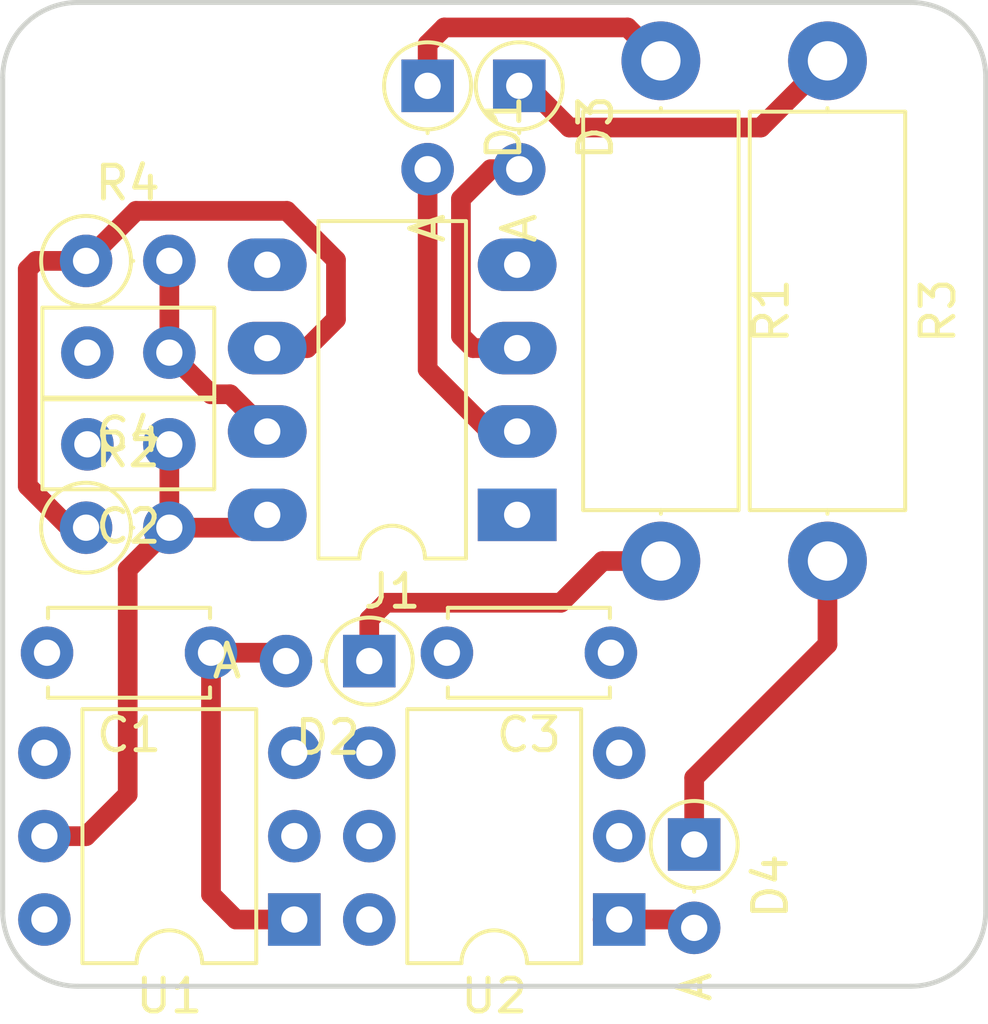
<source format=kicad_pcb>
(kicad_pcb (version 20171130) (host pcbnew 5.1.9+dfsg1-1~bpo10+1)

  (general
    (thickness 1.6)
    (drawings 8)
    (tracks 54)
    (zones 0)
    (modules 15)
    (nets 19)
  )

  (page A4)
  (layers
    (0 F.Cu signal)
    (31 B.Cu signal)
    (32 B.Adhes user)
    (33 F.Adhes user)
    (34 B.Paste user)
    (35 F.Paste user)
    (36 B.SilkS user)
    (37 F.SilkS user)
    (38 B.Mask user)
    (39 F.Mask user)
    (40 Dwgs.User user)
    (41 Cmts.User user)
    (42 Eco1.User user)
    (43 Eco2.User user)
    (44 Edge.Cuts user)
    (45 Margin user)
    (46 B.CrtYd user)
    (47 F.CrtYd user)
    (48 B.Fab user)
    (49 F.Fab user)
  )

  (setup
    (last_trace_width 0.6)
    (trace_clearance 0.2)
    (zone_clearance 0.508)
    (zone_45_only no)
    (trace_min 0.2)
    (via_size 0.8)
    (via_drill 0.4)
    (via_min_size 0.4)
    (via_min_drill 0.3)
    (uvia_size 0.3)
    (uvia_drill 0.1)
    (uvias_allowed no)
    (uvia_min_size 0.2)
    (uvia_min_drill 0.1)
    (edge_width 0.05)
    (segment_width 0.2)
    (pcb_text_width 0.3)
    (pcb_text_size 1.5 1.5)
    (mod_edge_width 0.12)
    (mod_text_size 1 1)
    (mod_text_width 0.15)
    (pad_size 1.524 1.524)
    (pad_drill 0.762)
    (pad_to_mask_clearance 0)
    (aux_axis_origin 0 0)
    (visible_elements FFFFFF7F)
    (pcbplotparams
      (layerselection 0x010fc_ffffffff)
      (usegerberextensions false)
      (usegerberattributes true)
      (usegerberadvancedattributes true)
      (creategerberjobfile true)
      (excludeedgelayer true)
      (linewidth 0.100000)
      (plotframeref false)
      (viasonmask false)
      (mode 1)
      (useauxorigin false)
      (hpglpennumber 1)
      (hpglpenspeed 20)
      (hpglpendiameter 15.000000)
      (psnegative false)
      (psa4output false)
      (plotreference true)
      (plotvalue true)
      (plotinvisibletext false)
      (padsonsilk false)
      (subtractmaskfromsilk false)
      (outputformat 1)
      (mirror false)
      (drillshape 1)
      (scaleselection 1)
      (outputdirectory ""))
  )

  (net 0 "")
  (net 1 "Net-(C1-Pad1)")
  (net 2 GND)
  (net 3 TACH1)
  (net 4 "Net-(C3-Pad1)")
  (net 5 TACH2)
  (net 6 VR1+)
  (net 7 "Net-(D1-Pad1)")
  (net 8 "Net-(D2-Pad1)")
  (net 9 VR2+)
  (net 10 "Net-(D3-Pad1)")
  (net 11 "Net-(D4-Pad1)")
  (net 12 VR1-)
  (net 13 +5V)
  (net 14 VR2-)
  (net 15 "Net-(U1-Pad3)")
  (net 16 "Net-(U1-Pad6)")
  (net 17 "Net-(U2-Pad6)")
  (net 18 "Net-(U2-Pad3)")

  (net_class Default "This is the default net class."
    (clearance 0.2)
    (trace_width 0.6)
    (via_dia 0.8)
    (via_drill 0.4)
    (uvia_dia 0.3)
    (uvia_drill 0.1)
    (add_net +5V)
    (add_net GND)
    (add_net "Net-(C1-Pad1)")
    (add_net "Net-(C3-Pad1)")
    (add_net "Net-(D1-Pad1)")
    (add_net "Net-(D2-Pad1)")
    (add_net "Net-(D3-Pad1)")
    (add_net "Net-(D4-Pad1)")
    (add_net "Net-(U1-Pad3)")
    (add_net "Net-(U1-Pad6)")
    (add_net "Net-(U2-Pad3)")
    (add_net "Net-(U2-Pad6)")
    (add_net TACH1)
    (add_net TACH2)
    (add_net VR1+)
    (add_net VR1-)
    (add_net VR2+)
    (add_net VR2-)
  )

  (module Capacitor_THT:C_Disc_D4.7mm_W2.5mm_P5.00mm (layer F.Cu) (tedit 5AE50EF0) (tstamp 6049FF67)
    (at 21.59 35.052 180)
    (descr "C, Disc series, Radial, pin pitch=5.00mm, , diameter*width=4.7*2.5mm^2, Capacitor, http://www.vishay.com/docs/45233/krseries.pdf")
    (tags "C Disc series Radial pin pitch 5.00mm  diameter 4.7mm width 2.5mm Capacitor")
    (path /6048FE48)
    (fp_text reference C1 (at 2.5 -2.5) (layer F.SilkS)
      (effects (font (size 1 1) (thickness 0.15)))
    )
    (fp_text value 1n (at 2.5 2.5) (layer F.Fab)
      (effects (font (size 1 1) (thickness 0.15)))
    )
    (fp_line (start 6.05 -1.5) (end -1.05 -1.5) (layer F.CrtYd) (width 0.05))
    (fp_line (start 6.05 1.5) (end 6.05 -1.5) (layer F.CrtYd) (width 0.05))
    (fp_line (start -1.05 1.5) (end 6.05 1.5) (layer F.CrtYd) (width 0.05))
    (fp_line (start -1.05 -1.5) (end -1.05 1.5) (layer F.CrtYd) (width 0.05))
    (fp_line (start 4.97 1.055) (end 4.97 1.37) (layer F.SilkS) (width 0.12))
    (fp_line (start 4.97 -1.37) (end 4.97 -1.055) (layer F.SilkS) (width 0.12))
    (fp_line (start 0.03 1.055) (end 0.03 1.37) (layer F.SilkS) (width 0.12))
    (fp_line (start 0.03 -1.37) (end 0.03 -1.055) (layer F.SilkS) (width 0.12))
    (fp_line (start 0.03 1.37) (end 4.97 1.37) (layer F.SilkS) (width 0.12))
    (fp_line (start 0.03 -1.37) (end 4.97 -1.37) (layer F.SilkS) (width 0.12))
    (fp_line (start 4.85 -1.25) (end 0.15 -1.25) (layer F.Fab) (width 0.1))
    (fp_line (start 4.85 1.25) (end 4.85 -1.25) (layer F.Fab) (width 0.1))
    (fp_line (start 0.15 1.25) (end 4.85 1.25) (layer F.Fab) (width 0.1))
    (fp_line (start 0.15 -1.25) (end 0.15 1.25) (layer F.Fab) (width 0.1))
    (fp_text user %R (at 2.5 0) (layer F.Fab)
      (effects (font (size 0.94 0.94) (thickness 0.141)))
    )
    (pad 1 thru_hole circle (at 0 0 180) (size 1.6 1.6) (drill 0.8) (layers *.Cu *.Mask)
      (net 1 "Net-(C1-Pad1)"))
    (pad 2 thru_hole circle (at 5 0 180) (size 1.6 1.6) (drill 0.8) (layers *.Cu *.Mask)
      (net 2 GND))
    (model ${KISYS3DMOD}/Capacitor_THT.3dshapes/C_Disc_D4.7mm_W2.5mm_P5.00mm.wrl
      (at (xyz 0 0 0))
      (scale (xyz 1 1 1))
      (rotate (xyz 0 0 0))
    )
  )

  (module Capacitor_THT:C_Disc_D5.0mm_W2.5mm_P2.50mm (layer F.Cu) (tedit 5AE50EF0) (tstamp 6049ACA6)
    (at 20.32 28.702 180)
    (descr "C, Disc series, Radial, pin pitch=2.50mm, , diameter*width=5*2.5mm^2, Capacitor, http://cdn-reichelt.de/documents/datenblatt/B300/DS_KERKO_TC.pdf")
    (tags "C Disc series Radial pin pitch 2.50mm  diameter 5mm width 2.5mm Capacitor")
    (path /604902B7)
    (fp_text reference C2 (at 1.25 -2.5) (layer F.SilkS)
      (effects (font (size 1 1) (thickness 0.15)))
    )
    (fp_text value 10n (at 1.25 2.5) (layer F.Fab)
      (effects (font (size 1 1) (thickness 0.15)))
    )
    (fp_text user %R (at 1.25 0) (layer F.Fab)
      (effects (font (size 1 1) (thickness 0.15)))
    )
    (fp_line (start -1.25 -1.25) (end -1.25 1.25) (layer F.Fab) (width 0.1))
    (fp_line (start -1.25 1.25) (end 3.75 1.25) (layer F.Fab) (width 0.1))
    (fp_line (start 3.75 1.25) (end 3.75 -1.25) (layer F.Fab) (width 0.1))
    (fp_line (start 3.75 -1.25) (end -1.25 -1.25) (layer F.Fab) (width 0.1))
    (fp_line (start -1.37 -1.37) (end 3.87 -1.37) (layer F.SilkS) (width 0.12))
    (fp_line (start -1.37 1.37) (end 3.87 1.37) (layer F.SilkS) (width 0.12))
    (fp_line (start -1.37 -1.37) (end -1.37 1.37) (layer F.SilkS) (width 0.12))
    (fp_line (start 3.87 -1.37) (end 3.87 1.37) (layer F.SilkS) (width 0.12))
    (fp_line (start -1.5 -1.5) (end -1.5 1.5) (layer F.CrtYd) (width 0.05))
    (fp_line (start -1.5 1.5) (end 4 1.5) (layer F.CrtYd) (width 0.05))
    (fp_line (start 4 1.5) (end 4 -1.5) (layer F.CrtYd) (width 0.05))
    (fp_line (start 4 -1.5) (end -1.5 -1.5) (layer F.CrtYd) (width 0.05))
    (pad 2 thru_hole circle (at 2.5 0 180) (size 1.6 1.6) (drill 0.8) (layers *.Cu *.Mask)
      (net 2 GND))
    (pad 1 thru_hole circle (at 0 0 180) (size 1.6 1.6) (drill 0.8) (layers *.Cu *.Mask)
      (net 3 TACH1))
    (model ${KISYS3DMOD}/Capacitor_THT.3dshapes/C_Disc_D5.0mm_W2.5mm_P2.50mm.wrl
      (at (xyz 0 0 0))
      (scale (xyz 1 1 1))
      (rotate (xyz 0 0 0))
    )
  )

  (module Capacitor_THT:C_Disc_D4.7mm_W2.5mm_P5.00mm (layer F.Cu) (tedit 5AE50EF0) (tstamp 6049B364)
    (at 33.782 35.052 180)
    (descr "C, Disc series, Radial, pin pitch=5.00mm, , diameter*width=4.7*2.5mm^2, Capacitor, http://www.vishay.com/docs/45233/krseries.pdf")
    (tags "C Disc series Radial pin pitch 5.00mm  diameter 4.7mm width 2.5mm Capacitor")
    (path /604AFB7F)
    (fp_text reference C3 (at 2.5 -2.5) (layer F.SilkS)
      (effects (font (size 1 1) (thickness 0.15)))
    )
    (fp_text value 1n (at 2.5 2.5) (layer F.Fab)
      (effects (font (size 1 1) (thickness 0.15)))
    )
    (fp_text user %R (at 2.5 0) (layer F.Fab)
      (effects (font (size 0.94 0.94) (thickness 0.141)))
    )
    (fp_line (start 0.15 -1.25) (end 0.15 1.25) (layer F.Fab) (width 0.1))
    (fp_line (start 0.15 1.25) (end 4.85 1.25) (layer F.Fab) (width 0.1))
    (fp_line (start 4.85 1.25) (end 4.85 -1.25) (layer F.Fab) (width 0.1))
    (fp_line (start 4.85 -1.25) (end 0.15 -1.25) (layer F.Fab) (width 0.1))
    (fp_line (start 0.03 -1.37) (end 4.97 -1.37) (layer F.SilkS) (width 0.12))
    (fp_line (start 0.03 1.37) (end 4.97 1.37) (layer F.SilkS) (width 0.12))
    (fp_line (start 0.03 -1.37) (end 0.03 -1.055) (layer F.SilkS) (width 0.12))
    (fp_line (start 0.03 1.055) (end 0.03 1.37) (layer F.SilkS) (width 0.12))
    (fp_line (start 4.97 -1.37) (end 4.97 -1.055) (layer F.SilkS) (width 0.12))
    (fp_line (start 4.97 1.055) (end 4.97 1.37) (layer F.SilkS) (width 0.12))
    (fp_line (start -1.05 -1.5) (end -1.05 1.5) (layer F.CrtYd) (width 0.05))
    (fp_line (start -1.05 1.5) (end 6.05 1.5) (layer F.CrtYd) (width 0.05))
    (fp_line (start 6.05 1.5) (end 6.05 -1.5) (layer F.CrtYd) (width 0.05))
    (fp_line (start 6.05 -1.5) (end -1.05 -1.5) (layer F.CrtYd) (width 0.05))
    (pad 2 thru_hole circle (at 5 0 180) (size 1.6 1.6) (drill 0.8) (layers *.Cu *.Mask)
      (net 2 GND))
    (pad 1 thru_hole circle (at 0 0 180) (size 1.6 1.6) (drill 0.8) (layers *.Cu *.Mask)
      (net 4 "Net-(C3-Pad1)"))
    (model ${KISYS3DMOD}/Capacitor_THT.3dshapes/C_Disc_D4.7mm_W2.5mm_P5.00mm.wrl
      (at (xyz 0 0 0))
      (scale (xyz 1 1 1))
      (rotate (xyz 0 0 0))
    )
  )

  (module Capacitor_THT:C_Disc_D5.0mm_W2.5mm_P2.50mm (layer F.Cu) (tedit 5AE50EF0) (tstamp 6049A0D5)
    (at 20.32 25.908 180)
    (descr "C, Disc series, Radial, pin pitch=2.50mm, , diameter*width=5*2.5mm^2, Capacitor, http://cdn-reichelt.de/documents/datenblatt/B300/DS_KERKO_TC.pdf")
    (tags "C Disc series Radial pin pitch 2.50mm  diameter 5mm width 2.5mm Capacitor")
    (path /604AFB85)
    (fp_text reference C4 (at 1.25 -2.5) (layer F.SilkS)
      (effects (font (size 1 1) (thickness 0.15)))
    )
    (fp_text value 10n (at 1.25 2.5) (layer F.Fab)
      (effects (font (size 1 1) (thickness 0.15)))
    )
    (fp_line (start 4 -1.5) (end -1.5 -1.5) (layer F.CrtYd) (width 0.05))
    (fp_line (start 4 1.5) (end 4 -1.5) (layer F.CrtYd) (width 0.05))
    (fp_line (start -1.5 1.5) (end 4 1.5) (layer F.CrtYd) (width 0.05))
    (fp_line (start -1.5 -1.5) (end -1.5 1.5) (layer F.CrtYd) (width 0.05))
    (fp_line (start 3.87 -1.37) (end 3.87 1.37) (layer F.SilkS) (width 0.12))
    (fp_line (start -1.37 -1.37) (end -1.37 1.37) (layer F.SilkS) (width 0.12))
    (fp_line (start -1.37 1.37) (end 3.87 1.37) (layer F.SilkS) (width 0.12))
    (fp_line (start -1.37 -1.37) (end 3.87 -1.37) (layer F.SilkS) (width 0.12))
    (fp_line (start 3.75 -1.25) (end -1.25 -1.25) (layer F.Fab) (width 0.1))
    (fp_line (start 3.75 1.25) (end 3.75 -1.25) (layer F.Fab) (width 0.1))
    (fp_line (start -1.25 1.25) (end 3.75 1.25) (layer F.Fab) (width 0.1))
    (fp_line (start -1.25 -1.25) (end -1.25 1.25) (layer F.Fab) (width 0.1))
    (fp_text user %R (at 1.25 0) (layer F.Fab)
      (effects (font (size 1 1) (thickness 0.15)))
    )
    (pad 1 thru_hole circle (at 0 0 180) (size 1.6 1.6) (drill 0.8) (layers *.Cu *.Mask)
      (net 5 TACH2))
    (pad 2 thru_hole circle (at 2.5 0 180) (size 1.6 1.6) (drill 0.8) (layers *.Cu *.Mask)
      (net 2 GND))
    (model ${KISYS3DMOD}/Capacitor_THT.3dshapes/C_Disc_D5.0mm_W2.5mm_P2.50mm.wrl
      (at (xyz 0 0 0))
      (scale (xyz 1 1 1))
      (rotate (xyz 0 0 0))
    )
  )

  (module Diode_THT:D_DO-35_SOD27_P2.54mm_Vertical_AnodeUp (layer F.Cu) (tedit 5AE50CD5) (tstamp 6049A0E6)
    (at 28.194 17.78 270)
    (descr "Diode, DO-35_SOD27 series, Axial, Vertical, pin pitch=2.54mm, , length*diameter=4*2mm^2, , http://www.diodes.com/_files/packages/DO-35.pdf")
    (tags "Diode DO-35_SOD27 series Axial Vertical pin pitch 2.54mm  length 4mm diameter 2mm")
    (path /60498E08)
    (fp_text reference D1 (at 1.27 -2.326371 90) (layer F.SilkS)
      (effects (font (size 1 1) (thickness 0.15)))
    )
    (fp_text value 1N4004 (at 1.27 3.215371 90) (layer F.Fab)
      (effects (font (size 1 1) (thickness 0.15)))
    )
    (fp_text user A (at 4.34 0 90) (layer F.SilkS)
      (effects (font (size 1 1) (thickness 0.15)))
    )
    (fp_text user A (at 4.34 0 90) (layer F.Fab)
      (effects (font (size 1 1) (thickness 0.15)))
    )
    (fp_text user %R (at 1.27 -2.326371 90) (layer F.Fab)
      (effects (font (size 1 1) (thickness 0.15)))
    )
    (fp_circle (center 0 0) (end 1 0) (layer F.Fab) (width 0.1))
    (fp_circle (center 0 0) (end 1.326371 0) (layer F.SilkS) (width 0.12))
    (fp_line (start 0 0) (end 2.54 0) (layer F.Fab) (width 0.1))
    (fp_line (start 1.326371 0) (end 1.44 0) (layer F.SilkS) (width 0.12))
    (fp_line (start -1.25 -1.25) (end -1.25 1.25) (layer F.CrtYd) (width 0.05))
    (fp_line (start -1.25 1.25) (end 3.59 1.25) (layer F.CrtYd) (width 0.05))
    (fp_line (start 3.59 1.25) (end 3.59 -1.25) (layer F.CrtYd) (width 0.05))
    (fp_line (start 3.59 -1.25) (end -1.25 -1.25) (layer F.CrtYd) (width 0.05))
    (pad 2 thru_hole oval (at 2.54 0 270) (size 1.6 1.6) (drill 0.8) (layers *.Cu *.Mask)
      (net 6 VR1+))
    (pad 1 thru_hole rect (at 0 0 270) (size 1.6 1.6) (drill 0.8) (layers *.Cu *.Mask)
      (net 7 "Net-(D1-Pad1)"))
    (model ${KISYS3DMOD}/Diode_THT.3dshapes/D_DO-35_SOD27_P2.54mm_Vertical_AnodeUp.wrl
      (at (xyz 0 0 0))
      (scale (xyz 1 1 1))
      (rotate (xyz 0 0 0))
    )
  )

  (module Diode_THT:D_DO-35_SOD27_P2.54mm_Vertical_AnodeUp (layer F.Cu) (tedit 5AE50CD5) (tstamp 6049FAC6)
    (at 26.416 35.306 180)
    (descr "Diode, DO-35_SOD27 series, Axial, Vertical, pin pitch=2.54mm, , length*diameter=4*2mm^2, , http://www.diodes.com/_files/packages/DO-35.pdf")
    (tags "Diode DO-35_SOD27 series Axial Vertical pin pitch 2.54mm  length 4mm diameter 2mm")
    (path /6049832A)
    (fp_text reference D2 (at 1.27 -2.326371) (layer F.SilkS)
      (effects (font (size 1 1) (thickness 0.15)))
    )
    (fp_text value 5v1 (at 1.27 3.215371) (layer F.Fab)
      (effects (font (size 1 1) (thickness 0.15)))
    )
    (fp_line (start 3.59 -1.25) (end -1.25 -1.25) (layer F.CrtYd) (width 0.05))
    (fp_line (start 3.59 1.25) (end 3.59 -1.25) (layer F.CrtYd) (width 0.05))
    (fp_line (start -1.25 1.25) (end 3.59 1.25) (layer F.CrtYd) (width 0.05))
    (fp_line (start -1.25 -1.25) (end -1.25 1.25) (layer F.CrtYd) (width 0.05))
    (fp_line (start 1.326371 0) (end 1.44 0) (layer F.SilkS) (width 0.12))
    (fp_line (start 0 0) (end 2.54 0) (layer F.Fab) (width 0.1))
    (fp_circle (center 0 0) (end 1.326371 0) (layer F.SilkS) (width 0.12))
    (fp_circle (center 0 0) (end 1 0) (layer F.Fab) (width 0.1))
    (fp_text user %R (at 1.27 -2.326371) (layer F.Fab)
      (effects (font (size 1 1) (thickness 0.15)))
    )
    (fp_text user A (at 4.34 0) (layer F.Fab)
      (effects (font (size 1 1) (thickness 0.15)))
    )
    (fp_text user A (at 4.34 0) (layer F.SilkS)
      (effects (font (size 1 1) (thickness 0.15)))
    )
    (pad 1 thru_hole rect (at 0 0 180) (size 1.6 1.6) (drill 0.8) (layers *.Cu *.Mask)
      (net 8 "Net-(D2-Pad1)"))
    (pad 2 thru_hole oval (at 2.54 0 180) (size 1.6 1.6) (drill 0.8) (layers *.Cu *.Mask)
      (net 1 "Net-(C1-Pad1)"))
    (model ${KISYS3DMOD}/Diode_THT.3dshapes/D_DO-35_SOD27_P2.54mm_Vertical_AnodeUp.wrl
      (at (xyz 0 0 0))
      (scale (xyz 1 1 1))
      (rotate (xyz 0 0 0))
    )
  )

  (module Diode_THT:D_DO-35_SOD27_P2.54mm_Vertical_AnodeUp (layer F.Cu) (tedit 5AE50CD5) (tstamp 6049A108)
    (at 30.988 17.78 270)
    (descr "Diode, DO-35_SOD27 series, Axial, Vertical, pin pitch=2.54mm, , length*diameter=4*2mm^2, , http://www.diodes.com/_files/packages/DO-35.pdf")
    (tags "Diode DO-35_SOD27 series Axial Vertical pin pitch 2.54mm  length 4mm diameter 2mm")
    (path /604AFB9D)
    (fp_text reference D3 (at 1.27 -2.326371 90) (layer F.SilkS)
      (effects (font (size 1 1) (thickness 0.15)))
    )
    (fp_text value 1N4004 (at 1.27 3.215371 90) (layer F.Fab)
      (effects (font (size 1 1) (thickness 0.15)))
    )
    (fp_text user A (at 4.34 0 90) (layer F.SilkS)
      (effects (font (size 1 1) (thickness 0.15)))
    )
    (fp_text user A (at 4.34 0 90) (layer F.Fab)
      (effects (font (size 1 1) (thickness 0.15)))
    )
    (fp_text user %R (at 1.27 -2.326371 90) (layer F.Fab)
      (effects (font (size 1 1) (thickness 0.15)))
    )
    (fp_circle (center 0 0) (end 1 0) (layer F.Fab) (width 0.1))
    (fp_circle (center 0 0) (end 1.326371 0) (layer F.SilkS) (width 0.12))
    (fp_line (start 0 0) (end 2.54 0) (layer F.Fab) (width 0.1))
    (fp_line (start 1.326371 0) (end 1.44 0) (layer F.SilkS) (width 0.12))
    (fp_line (start -1.25 -1.25) (end -1.25 1.25) (layer F.CrtYd) (width 0.05))
    (fp_line (start -1.25 1.25) (end 3.59 1.25) (layer F.CrtYd) (width 0.05))
    (fp_line (start 3.59 1.25) (end 3.59 -1.25) (layer F.CrtYd) (width 0.05))
    (fp_line (start 3.59 -1.25) (end -1.25 -1.25) (layer F.CrtYd) (width 0.05))
    (pad 2 thru_hole oval (at 2.54 0 270) (size 1.6 1.6) (drill 0.8) (layers *.Cu *.Mask)
      (net 9 VR2+))
    (pad 1 thru_hole rect (at 0 0 270) (size 1.6 1.6) (drill 0.8) (layers *.Cu *.Mask)
      (net 10 "Net-(D3-Pad1)"))
    (model ${KISYS3DMOD}/Diode_THT.3dshapes/D_DO-35_SOD27_P2.54mm_Vertical_AnodeUp.wrl
      (at (xyz 0 0 0))
      (scale (xyz 1 1 1))
      (rotate (xyz 0 0 0))
    )
  )

  (module Diode_THT:D_DO-35_SOD27_P2.54mm_Vertical_AnodeUp (layer F.Cu) (tedit 5AE50CD5) (tstamp 6049A119)
    (at 36.322 40.894 270)
    (descr "Diode, DO-35_SOD27 series, Axial, Vertical, pin pitch=2.54mm, , length*diameter=4*2mm^2, , http://www.diodes.com/_files/packages/DO-35.pdf")
    (tags "Diode DO-35_SOD27 series Axial Vertical pin pitch 2.54mm  length 4mm diameter 2mm")
    (path /604AFB97)
    (fp_text reference D4 (at 1.27 -2.326371 90) (layer F.SilkS)
      (effects (font (size 1 1) (thickness 0.15)))
    )
    (fp_text value 5v1 (at 1.27 3.215371 90) (layer F.Fab)
      (effects (font (size 1 1) (thickness 0.15)))
    )
    (fp_line (start 3.59 -1.25) (end -1.25 -1.25) (layer F.CrtYd) (width 0.05))
    (fp_line (start 3.59 1.25) (end 3.59 -1.25) (layer F.CrtYd) (width 0.05))
    (fp_line (start -1.25 1.25) (end 3.59 1.25) (layer F.CrtYd) (width 0.05))
    (fp_line (start -1.25 -1.25) (end -1.25 1.25) (layer F.CrtYd) (width 0.05))
    (fp_line (start 1.326371 0) (end 1.44 0) (layer F.SilkS) (width 0.12))
    (fp_line (start 0 0) (end 2.54 0) (layer F.Fab) (width 0.1))
    (fp_circle (center 0 0) (end 1.326371 0) (layer F.SilkS) (width 0.12))
    (fp_circle (center 0 0) (end 1 0) (layer F.Fab) (width 0.1))
    (fp_text user %R (at 1.27 -2.326371 90) (layer F.Fab)
      (effects (font (size 1 1) (thickness 0.15)))
    )
    (fp_text user A (at 4.34 0 90) (layer F.Fab)
      (effects (font (size 1 1) (thickness 0.15)))
    )
    (fp_text user A (at 4.34 0 90) (layer F.SilkS)
      (effects (font (size 1 1) (thickness 0.15)))
    )
    (pad 1 thru_hole rect (at 0 0 270) (size 1.6 1.6) (drill 0.8) (layers *.Cu *.Mask)
      (net 11 "Net-(D4-Pad1)"))
    (pad 2 thru_hole oval (at 2.54 0 270) (size 1.6 1.6) (drill 0.8) (layers *.Cu *.Mask)
      (net 4 "Net-(C3-Pad1)"))
    (model ${KISYS3DMOD}/Diode_THT.3dshapes/D_DO-35_SOD27_P2.54mm_Vertical_AnodeUp.wrl
      (at (xyz 0 0 0))
      (scale (xyz 1 1 1))
      (rotate (xyz 0 0 0))
    )
  )

  (module Package_DIP:DIP-8_W7.62mm_LongPads (layer F.Cu) (tedit 5A02E8C5) (tstamp 6049A135)
    (at 30.9245 30.85084 180)
    (descr "8-lead though-hole mounted DIP package, row spacing 7.62 mm (300 mils), LongPads")
    (tags "THT DIP DIL PDIP 2.54mm 7.62mm 300mil LongPads")
    (path /6049DB07)
    (fp_text reference J1 (at 3.81 -2.33) (layer F.SilkS)
      (effects (font (size 1 1) (thickness 0.15)))
    )
    (fp_text value Conn_02x04_Counter_Clockwise (at 3.81 9.95) (layer F.Fab)
      (effects (font (size 1 1) (thickness 0.15)))
    )
    (fp_line (start 9.1 -1.55) (end -1.45 -1.55) (layer F.CrtYd) (width 0.05))
    (fp_line (start 9.1 9.15) (end 9.1 -1.55) (layer F.CrtYd) (width 0.05))
    (fp_line (start -1.45 9.15) (end 9.1 9.15) (layer F.CrtYd) (width 0.05))
    (fp_line (start -1.45 -1.55) (end -1.45 9.15) (layer F.CrtYd) (width 0.05))
    (fp_line (start 6.06 -1.33) (end 4.81 -1.33) (layer F.SilkS) (width 0.12))
    (fp_line (start 6.06 8.95) (end 6.06 -1.33) (layer F.SilkS) (width 0.12))
    (fp_line (start 1.56 8.95) (end 6.06 8.95) (layer F.SilkS) (width 0.12))
    (fp_line (start 1.56 -1.33) (end 1.56 8.95) (layer F.SilkS) (width 0.12))
    (fp_line (start 2.81 -1.33) (end 1.56 -1.33) (layer F.SilkS) (width 0.12))
    (fp_line (start 0.635 -0.27) (end 1.635 -1.27) (layer F.Fab) (width 0.1))
    (fp_line (start 0.635 8.89) (end 0.635 -0.27) (layer F.Fab) (width 0.1))
    (fp_line (start 6.985 8.89) (end 0.635 8.89) (layer F.Fab) (width 0.1))
    (fp_line (start 6.985 -1.27) (end 6.985 8.89) (layer F.Fab) (width 0.1))
    (fp_line (start 1.635 -1.27) (end 6.985 -1.27) (layer F.Fab) (width 0.1))
    (fp_arc (start 3.81 -1.33) (end 2.81 -1.33) (angle -180) (layer F.SilkS) (width 0.12))
    (fp_text user %R (at 3.81 3.81) (layer F.Fab)
      (effects (font (size 1 1) (thickness 0.15)))
    )
    (pad 1 thru_hole rect (at 0 0 180) (size 2.4 1.6) (drill 0.8) (layers *.Cu *.Mask)
      (net 12 VR1-))
    (pad 5 thru_hole oval (at 7.62 7.62 180) (size 2.4 1.6) (drill 0.8) (layers *.Cu *.Mask)
      (net 2 GND))
    (pad 2 thru_hole oval (at 0 2.54 180) (size 2.4 1.6) (drill 0.8) (layers *.Cu *.Mask)
      (net 6 VR1+))
    (pad 6 thru_hole oval (at 7.62 5.08 180) (size 2.4 1.6) (drill 0.8) (layers *.Cu *.Mask)
      (net 13 +5V))
    (pad 3 thru_hole oval (at 0 5.08 180) (size 2.4 1.6) (drill 0.8) (layers *.Cu *.Mask)
      (net 9 VR2+))
    (pad 7 thru_hole oval (at 7.62 2.54 180) (size 2.4 1.6) (drill 0.8) (layers *.Cu *.Mask)
      (net 5 TACH2))
    (pad 4 thru_hole oval (at 0 7.62 180) (size 2.4 1.6) (drill 0.8) (layers *.Cu *.Mask)
      (net 14 VR2-))
    (pad 8 thru_hole oval (at 7.62 0 180) (size 2.4 1.6) (drill 0.8) (layers *.Cu *.Mask)
      (net 3 TACH1))
    (model ${KISYS3DMOD}/Package_DIP.3dshapes/DIP-8_W7.62mm.wrl
      (at (xyz 0 0 0))
      (scale (xyz 1 1 1))
      (rotate (xyz 0 0 0))
    )
  )

  (module Resistor_THT:R_Axial_DIN0414_L11.9mm_D4.5mm_P15.24mm_Horizontal (layer F.Cu) (tedit 5AE5139B) (tstamp 6049B260)
    (at 35.306 17.018 270)
    (descr "Resistor, Axial_DIN0414 series, Axial, Horizontal, pin pitch=15.24mm, 2W, length*diameter=11.9*4.5mm^2, http://www.vishay.com/docs/20128/wkxwrx.pdf")
    (tags "Resistor Axial_DIN0414 series Axial Horizontal pin pitch 15.24mm 2W length 11.9mm diameter 4.5mm")
    (path /60495CE4)
    (fp_text reference R1 (at 7.62 -3.37 90) (layer F.SilkS)
      (effects (font (size 1 1) (thickness 0.15)))
    )
    (fp_text value "390 1W" (at 7.62 3.37 90) (layer F.Fab)
      (effects (font (size 1 1) (thickness 0.15)))
    )
    (fp_line (start 16.69 -2.5) (end -1.45 -2.5) (layer F.CrtYd) (width 0.05))
    (fp_line (start 16.69 2.5) (end 16.69 -2.5) (layer F.CrtYd) (width 0.05))
    (fp_line (start -1.45 2.5) (end 16.69 2.5) (layer F.CrtYd) (width 0.05))
    (fp_line (start -1.45 -2.5) (end -1.45 2.5) (layer F.CrtYd) (width 0.05))
    (fp_line (start 13.8 0) (end 13.69 0) (layer F.SilkS) (width 0.12))
    (fp_line (start 1.44 0) (end 1.55 0) (layer F.SilkS) (width 0.12))
    (fp_line (start 13.69 -2.37) (end 1.55 -2.37) (layer F.SilkS) (width 0.12))
    (fp_line (start 13.69 2.37) (end 13.69 -2.37) (layer F.SilkS) (width 0.12))
    (fp_line (start 1.55 2.37) (end 13.69 2.37) (layer F.SilkS) (width 0.12))
    (fp_line (start 1.55 -2.37) (end 1.55 2.37) (layer F.SilkS) (width 0.12))
    (fp_line (start 15.24 0) (end 13.57 0) (layer F.Fab) (width 0.1))
    (fp_line (start 0 0) (end 1.67 0) (layer F.Fab) (width 0.1))
    (fp_line (start 13.57 -2.25) (end 1.67 -2.25) (layer F.Fab) (width 0.1))
    (fp_line (start 13.57 2.25) (end 13.57 -2.25) (layer F.Fab) (width 0.1))
    (fp_line (start 1.67 2.25) (end 13.57 2.25) (layer F.Fab) (width 0.1))
    (fp_line (start 1.67 -2.25) (end 1.67 2.25) (layer F.Fab) (width 0.1))
    (fp_text user %R (at 7.62 0 90) (layer F.Fab)
      (effects (font (size 1 1) (thickness 0.15)))
    )
    (pad 1 thru_hole circle (at 0 0 270) (size 2.4 2.4) (drill 1.2) (layers *.Cu *.Mask)
      (net 7 "Net-(D1-Pad1)"))
    (pad 2 thru_hole oval (at 15.24 0 270) (size 2.4 2.4) (drill 1.2) (layers *.Cu *.Mask)
      (net 8 "Net-(D2-Pad1)"))
    (model ${KISYS3DMOD}/Resistor_THT.3dshapes/R_Axial_DIN0414_L11.9mm_D4.5mm_P15.24mm_Horizontal.wrl
      (at (xyz 0 0 0))
      (scale (xyz 1 1 1))
      (rotate (xyz 0 0 0))
    )
  )

  (module Resistor_THT:R_Axial_DIN0207_L6.3mm_D2.5mm_P2.54mm_Vertical (layer F.Cu) (tedit 5AE5139B) (tstamp 6049A15B)
    (at 17.78 31.242)
    (descr "Resistor, Axial_DIN0207 series, Axial, Vertical, pin pitch=2.54mm, 0.25W = 1/4W, length*diameter=6.3*2.5mm^2, http://cdn-reichelt.de/documents/datenblatt/B400/1_4W%23YAG.pdf")
    (tags "Resistor Axial_DIN0207 series Axial Vertical pin pitch 2.54mm 0.25W = 1/4W length 6.3mm diameter 2.5mm")
    (path /604961B7)
    (fp_text reference R2 (at 1.27 -2.37) (layer F.SilkS)
      (effects (font (size 1 1) (thickness 0.15)))
    )
    (fp_text value "4.7K " (at 1.27 2.37) (layer F.Fab)
      (effects (font (size 1 1) (thickness 0.15)))
    )
    (fp_text user %R (at 1.27 -2.37) (layer F.Fab)
      (effects (font (size 1 1) (thickness 0.15)))
    )
    (fp_circle (center 0 0) (end 1.25 0) (layer F.Fab) (width 0.1))
    (fp_circle (center 0 0) (end 1.37 0) (layer F.SilkS) (width 0.12))
    (fp_line (start 0 0) (end 2.54 0) (layer F.Fab) (width 0.1))
    (fp_line (start 1.37 0) (end 1.44 0) (layer F.SilkS) (width 0.12))
    (fp_line (start -1.5 -1.5) (end -1.5 1.5) (layer F.CrtYd) (width 0.05))
    (fp_line (start -1.5 1.5) (end 3.59 1.5) (layer F.CrtYd) (width 0.05))
    (fp_line (start 3.59 1.5) (end 3.59 -1.5) (layer F.CrtYd) (width 0.05))
    (fp_line (start 3.59 -1.5) (end -1.5 -1.5) (layer F.CrtYd) (width 0.05))
    (pad 2 thru_hole oval (at 2.54 0) (size 1.6 1.6) (drill 0.8) (layers *.Cu *.Mask)
      (net 3 TACH1))
    (pad 1 thru_hole circle (at 0 0) (size 1.6 1.6) (drill 0.8) (layers *.Cu *.Mask)
      (net 13 +5V))
    (model ${KISYS3DMOD}/Resistor_THT.3dshapes/R_Axial_DIN0207_L6.3mm_D2.5mm_P2.54mm_Vertical.wrl
      (at (xyz 0 0 0))
      (scale (xyz 1 1 1))
      (rotate (xyz 0 0 0))
    )
  )

  (module Resistor_THT:R_Axial_DIN0414_L11.9mm_D4.5mm_P15.24mm_Horizontal (layer F.Cu) (tedit 5AE5139B) (tstamp 6049A172)
    (at 40.386 17.018 270)
    (descr "Resistor, Axial_DIN0414 series, Axial, Horizontal, pin pitch=15.24mm, 2W, length*diameter=11.9*4.5mm^2, http://www.vishay.com/docs/20128/wkxwrx.pdf")
    (tags "Resistor Axial_DIN0414 series Axial Horizontal pin pitch 15.24mm 2W length 11.9mm diameter 4.5mm")
    (path /604AFB8B)
    (fp_text reference R3 (at 7.62 -3.37 90) (layer F.SilkS)
      (effects (font (size 1 1) (thickness 0.15)))
    )
    (fp_text value "390 1W" (at 7.62 3.37 90) (layer F.Fab)
      (effects (font (size 1 1) (thickness 0.15)))
    )
    (fp_text user %R (at 7.62 0 90) (layer F.Fab)
      (effects (font (size 1 1) (thickness 0.15)))
    )
    (fp_line (start 1.67 -2.25) (end 1.67 2.25) (layer F.Fab) (width 0.1))
    (fp_line (start 1.67 2.25) (end 13.57 2.25) (layer F.Fab) (width 0.1))
    (fp_line (start 13.57 2.25) (end 13.57 -2.25) (layer F.Fab) (width 0.1))
    (fp_line (start 13.57 -2.25) (end 1.67 -2.25) (layer F.Fab) (width 0.1))
    (fp_line (start 0 0) (end 1.67 0) (layer F.Fab) (width 0.1))
    (fp_line (start 15.24 0) (end 13.57 0) (layer F.Fab) (width 0.1))
    (fp_line (start 1.55 -2.37) (end 1.55 2.37) (layer F.SilkS) (width 0.12))
    (fp_line (start 1.55 2.37) (end 13.69 2.37) (layer F.SilkS) (width 0.12))
    (fp_line (start 13.69 2.37) (end 13.69 -2.37) (layer F.SilkS) (width 0.12))
    (fp_line (start 13.69 -2.37) (end 1.55 -2.37) (layer F.SilkS) (width 0.12))
    (fp_line (start 1.44 0) (end 1.55 0) (layer F.SilkS) (width 0.12))
    (fp_line (start 13.8 0) (end 13.69 0) (layer F.SilkS) (width 0.12))
    (fp_line (start -1.45 -2.5) (end -1.45 2.5) (layer F.CrtYd) (width 0.05))
    (fp_line (start -1.45 2.5) (end 16.69 2.5) (layer F.CrtYd) (width 0.05))
    (fp_line (start 16.69 2.5) (end 16.69 -2.5) (layer F.CrtYd) (width 0.05))
    (fp_line (start 16.69 -2.5) (end -1.45 -2.5) (layer F.CrtYd) (width 0.05))
    (pad 2 thru_hole oval (at 15.24 0 270) (size 2.4 2.4) (drill 1.2) (layers *.Cu *.Mask)
      (net 11 "Net-(D4-Pad1)"))
    (pad 1 thru_hole circle (at 0 0 270) (size 2.4 2.4) (drill 1.2) (layers *.Cu *.Mask)
      (net 10 "Net-(D3-Pad1)"))
    (model ${KISYS3DMOD}/Resistor_THT.3dshapes/R_Axial_DIN0414_L11.9mm_D4.5mm_P15.24mm_Horizontal.wrl
      (at (xyz 0 0 0))
      (scale (xyz 1 1 1))
      (rotate (xyz 0 0 0))
    )
  )

  (module Resistor_THT:R_Axial_DIN0207_L6.3mm_D2.5mm_P2.54mm_Vertical (layer F.Cu) (tedit 5AE5139B) (tstamp 6049A181)
    (at 17.78 23.114)
    (descr "Resistor, Axial_DIN0207 series, Axial, Vertical, pin pitch=2.54mm, 0.25W = 1/4W, length*diameter=6.3*2.5mm^2, http://cdn-reichelt.de/documents/datenblatt/B400/1_4W%23YAG.pdf")
    (tags "Resistor Axial_DIN0207 series Axial Vertical pin pitch 2.54mm 0.25W = 1/4W length 6.3mm diameter 2.5mm")
    (path /604AFB91)
    (fp_text reference R4 (at 1.27 -2.37) (layer F.SilkS)
      (effects (font (size 1 1) (thickness 0.15)))
    )
    (fp_text value "4.7K " (at 1.27 2.37) (layer F.Fab)
      (effects (font (size 1 1) (thickness 0.15)))
    )
    (fp_line (start 3.59 -1.5) (end -1.5 -1.5) (layer F.CrtYd) (width 0.05))
    (fp_line (start 3.59 1.5) (end 3.59 -1.5) (layer F.CrtYd) (width 0.05))
    (fp_line (start -1.5 1.5) (end 3.59 1.5) (layer F.CrtYd) (width 0.05))
    (fp_line (start -1.5 -1.5) (end -1.5 1.5) (layer F.CrtYd) (width 0.05))
    (fp_line (start 1.37 0) (end 1.44 0) (layer F.SilkS) (width 0.12))
    (fp_line (start 0 0) (end 2.54 0) (layer F.Fab) (width 0.1))
    (fp_circle (center 0 0) (end 1.37 0) (layer F.SilkS) (width 0.12))
    (fp_circle (center 0 0) (end 1.25 0) (layer F.Fab) (width 0.1))
    (fp_text user %R (at 1.27 -2.37) (layer F.Fab)
      (effects (font (size 1 1) (thickness 0.15)))
    )
    (pad 1 thru_hole circle (at 0 0) (size 1.6 1.6) (drill 0.8) (layers *.Cu *.Mask)
      (net 13 +5V))
    (pad 2 thru_hole oval (at 2.54 0) (size 1.6 1.6) (drill 0.8) (layers *.Cu *.Mask)
      (net 5 TACH2))
    (model ${KISYS3DMOD}/Resistor_THT.3dshapes/R_Axial_DIN0207_L6.3mm_D2.5mm_P2.54mm_Vertical.wrl
      (at (xyz 0 0 0))
      (scale (xyz 1 1 1))
      (rotate (xyz 0 0 0))
    )
  )

  (module Package_DIP:DIP-6_W7.62mm (layer F.Cu) (tedit 5A02E8C5) (tstamp 6049A4AE)
    (at 24.13 43.18 180)
    (descr "6-lead though-hole mounted DIP package, row spacing 7.62 mm (300 mils)")
    (tags "THT DIP DIL PDIP 2.54mm 7.62mm 300mil")
    (path /6048D3FE)
    (fp_text reference U1 (at 3.81 -2.33) (layer F.SilkS)
      (effects (font (size 1 1) (thickness 0.15)))
    )
    (fp_text value 4N25 (at 3.81 7.41) (layer F.Fab)
      (effects (font (size 1 1) (thickness 0.15)))
    )
    (fp_line (start 8.7 -1.55) (end -1.1 -1.55) (layer F.CrtYd) (width 0.05))
    (fp_line (start 8.7 6.6) (end 8.7 -1.55) (layer F.CrtYd) (width 0.05))
    (fp_line (start -1.1 6.6) (end 8.7 6.6) (layer F.CrtYd) (width 0.05))
    (fp_line (start -1.1 -1.55) (end -1.1 6.6) (layer F.CrtYd) (width 0.05))
    (fp_line (start 6.46 -1.33) (end 4.81 -1.33) (layer F.SilkS) (width 0.12))
    (fp_line (start 6.46 6.41) (end 6.46 -1.33) (layer F.SilkS) (width 0.12))
    (fp_line (start 1.16 6.41) (end 6.46 6.41) (layer F.SilkS) (width 0.12))
    (fp_line (start 1.16 -1.33) (end 1.16 6.41) (layer F.SilkS) (width 0.12))
    (fp_line (start 2.81 -1.33) (end 1.16 -1.33) (layer F.SilkS) (width 0.12))
    (fp_line (start 0.635 -0.27) (end 1.635 -1.27) (layer F.Fab) (width 0.1))
    (fp_line (start 0.635 6.35) (end 0.635 -0.27) (layer F.Fab) (width 0.1))
    (fp_line (start 6.985 6.35) (end 0.635 6.35) (layer F.Fab) (width 0.1))
    (fp_line (start 6.985 -1.27) (end 6.985 6.35) (layer F.Fab) (width 0.1))
    (fp_line (start 1.635 -1.27) (end 6.985 -1.27) (layer F.Fab) (width 0.1))
    (fp_arc (start 3.81 -1.33) (end 2.81 -1.33) (angle -180) (layer F.SilkS) (width 0.12))
    (fp_text user %R (at 3.81 2.54) (layer F.Fab)
      (effects (font (size 1 1) (thickness 0.15)))
    )
    (pad 1 thru_hole rect (at 0 0 180) (size 1.6 1.6) (drill 0.8) (layers *.Cu *.Mask)
      (net 1 "Net-(C1-Pad1)"))
    (pad 4 thru_hole oval (at 7.62 5.08 180) (size 1.6 1.6) (drill 0.8) (layers *.Cu *.Mask)
      (net 2 GND))
    (pad 2 thru_hole oval (at 0 2.54 180) (size 1.6 1.6) (drill 0.8) (layers *.Cu *.Mask)
      (net 2 GND))
    (pad 5 thru_hole oval (at 7.62 2.54 180) (size 1.6 1.6) (drill 0.8) (layers *.Cu *.Mask)
      (net 3 TACH1))
    (pad 3 thru_hole oval (at 0 5.08 180) (size 1.6 1.6) (drill 0.8) (layers *.Cu *.Mask)
      (net 15 "Net-(U1-Pad3)"))
    (pad 6 thru_hole oval (at 7.62 0 180) (size 1.6 1.6) (drill 0.8) (layers *.Cu *.Mask)
      (net 16 "Net-(U1-Pad6)"))
    (model ${KISYS3DMOD}/Package_DIP.3dshapes/DIP-6_W7.62mm.wrl
      (at (xyz 0 0 0))
      (scale (xyz 1 1 1))
      (rotate (xyz 0 0 0))
    )
  )

  (module Package_DIP:DIP-6_W7.62mm (layer F.Cu) (tedit 5A02E8C5) (tstamp 6049A1B5)
    (at 34.036 43.18 180)
    (descr "6-lead though-hole mounted DIP package, row spacing 7.62 mm (300 mils)")
    (tags "THT DIP DIL PDIP 2.54mm 7.62mm 300mil")
    (path /604AFB79)
    (fp_text reference U2 (at 3.81 -2.33) (layer F.SilkS)
      (effects (font (size 1 1) (thickness 0.15)))
    )
    (fp_text value 4N25 (at 3.81 7.41) (layer F.Fab)
      (effects (font (size 1 1) (thickness 0.15)))
    )
    (fp_text user %R (at 3.81 2.54) (layer F.Fab)
      (effects (font (size 1 1) (thickness 0.15)))
    )
    (fp_arc (start 3.81 -1.33) (end 2.81 -1.33) (angle -180) (layer F.SilkS) (width 0.12))
    (fp_line (start 1.635 -1.27) (end 6.985 -1.27) (layer F.Fab) (width 0.1))
    (fp_line (start 6.985 -1.27) (end 6.985 6.35) (layer F.Fab) (width 0.1))
    (fp_line (start 6.985 6.35) (end 0.635 6.35) (layer F.Fab) (width 0.1))
    (fp_line (start 0.635 6.35) (end 0.635 -0.27) (layer F.Fab) (width 0.1))
    (fp_line (start 0.635 -0.27) (end 1.635 -1.27) (layer F.Fab) (width 0.1))
    (fp_line (start 2.81 -1.33) (end 1.16 -1.33) (layer F.SilkS) (width 0.12))
    (fp_line (start 1.16 -1.33) (end 1.16 6.41) (layer F.SilkS) (width 0.12))
    (fp_line (start 1.16 6.41) (end 6.46 6.41) (layer F.SilkS) (width 0.12))
    (fp_line (start 6.46 6.41) (end 6.46 -1.33) (layer F.SilkS) (width 0.12))
    (fp_line (start 6.46 -1.33) (end 4.81 -1.33) (layer F.SilkS) (width 0.12))
    (fp_line (start -1.1 -1.55) (end -1.1 6.6) (layer F.CrtYd) (width 0.05))
    (fp_line (start -1.1 6.6) (end 8.7 6.6) (layer F.CrtYd) (width 0.05))
    (fp_line (start 8.7 6.6) (end 8.7 -1.55) (layer F.CrtYd) (width 0.05))
    (fp_line (start 8.7 -1.55) (end -1.1 -1.55) (layer F.CrtYd) (width 0.05))
    (pad 6 thru_hole oval (at 7.62 0 180) (size 1.6 1.6) (drill 0.8) (layers *.Cu *.Mask)
      (net 17 "Net-(U2-Pad6)"))
    (pad 3 thru_hole oval (at 0 5.08 180) (size 1.6 1.6) (drill 0.8) (layers *.Cu *.Mask)
      (net 18 "Net-(U2-Pad3)"))
    (pad 5 thru_hole oval (at 7.62 2.54 180) (size 1.6 1.6) (drill 0.8) (layers *.Cu *.Mask)
      (net 5 TACH2))
    (pad 2 thru_hole oval (at 0 2.54 180) (size 1.6 1.6) (drill 0.8) (layers *.Cu *.Mask)
      (net 2 GND))
    (pad 4 thru_hole oval (at 7.62 5.08 180) (size 1.6 1.6) (drill 0.8) (layers *.Cu *.Mask)
      (net 2 GND))
    (pad 1 thru_hole rect (at 0 0 180) (size 1.6 1.6) (drill 0.8) (layers *.Cu *.Mask)
      (net 4 "Net-(C3-Pad1)"))
    (model ${KISYS3DMOD}/Package_DIP.3dshapes/DIP-6_W7.62mm.wrl
      (at (xyz 0 0 0))
      (scale (xyz 1 1 1))
      (rotate (xyz 0 0 0))
    )
  )

  (gr_arc (start 17.526 42.926) (end 15.24 42.926) (angle -90) (layer Edge.Cuts) (width 0.15) (tstamp 6049B3DD))
  (gr_arc (start 42.926 42.926) (end 42.926 45.212) (angle -90) (layer Edge.Cuts) (width 0.15) (tstamp 6049B3DD))
  (gr_arc (start 42.926 17.526) (end 45.212 17.526) (angle -90) (layer Edge.Cuts) (width 0.15) (tstamp 6049B3DD))
  (gr_arc (start 17.526 17.526) (end 17.526 15.24) (angle -90) (layer Edge.Cuts) (width 0.15))
  (gr_line (start 15.24 42.926) (end 15.24 17.526) (layer Edge.Cuts) (width 0.15) (tstamp 60499E2A))
  (gr_line (start 42.926 45.212) (end 17.526 45.212) (layer Edge.Cuts) (width 0.15))
  (gr_line (start 45.212 17.526) (end 45.212 42.926) (layer Edge.Cuts) (width 0.15))
  (gr_line (start 17.526 15.24) (end 42.926 15.24) (layer Edge.Cuts) (width 0.15))

  (segment (start 23.622 35.052) (end 23.876 35.306) (width 0.6) (layer F.Cu) (net 1))
  (segment (start 21.59 35.052) (end 23.622 35.052) (width 0.6) (layer F.Cu) (net 1))
  (segment (start 21.59 35.052) (end 21.59 42.418) (width 0.6) (layer F.Cu) (net 1))
  (segment (start 22.352 43.18) (end 24.13 43.18) (width 0.6) (layer F.Cu) (net 1))
  (segment (start 21.59 42.418) (end 22.352 43.18) (width 0.6) (layer F.Cu) (net 1))
  (segment (start 16.51 40.64) (end 17.78 40.64) (width 0.6) (layer F.Cu) (net 3))
  (segment (start 17.78 40.64) (end 19.05 39.37) (width 0.6) (layer F.Cu) (net 3))
  (segment (start 19.05 32.512) (end 20.32 31.242) (width 0.6) (layer F.Cu) (net 3))
  (segment (start 19.05 39.37) (end 19.05 32.512) (width 0.6) (layer F.Cu) (net 3))
  (segment (start 22.91334 31.242) (end 23.3045 30.85084) (width 0.6) (layer F.Cu) (net 3))
  (segment (start 20.32 31.242) (end 22.91334 31.242) (width 0.6) (layer F.Cu) (net 3))
  (segment (start 20.32 28.702) (end 20.32 31.242) (width 0.6) (layer F.Cu) (net 3))
  (segment (start 36.068 43.18) (end 36.322 43.434) (width 0.6) (layer F.Cu) (net 4))
  (segment (start 34.036 43.18) (end 36.068 43.18) (width 0.6) (layer F.Cu) (net 4))
  (segment (start 34.036 43.18) (end 33.528 43.18) (width 0.6) (layer F.Cu) (net 4))
  (segment (start 20.32 23.114) (end 20.32 25.908) (width 0.6) (layer F.Cu) (net 5))
  (segment (start 20.32 25.908) (end 21.59 27.178) (width 0.6) (layer F.Cu) (net 5))
  (segment (start 22.17166 27.178) (end 23.3045 28.31084) (width 0.6) (layer F.Cu) (net 5))
  (segment (start 21.59 27.178) (end 22.17166 27.178) (width 0.6) (layer F.Cu) (net 5))
  (segment (start 30.9245 28.31084) (end 30.08884 28.31084) (width 0.6) (layer F.Cu) (net 6))
  (segment (start 28.194 26.416) (end 28.194 20.32) (width 0.6) (layer F.Cu) (net 6))
  (segment (start 30.08884 28.31084) (end 28.194 26.416) (width 0.6) (layer F.Cu) (net 6))
  (segment (start 28.194 17.78) (end 28.194 16.51) (width 0.6) (layer F.Cu) (net 7))
  (segment (start 28.194 16.51) (end 28.702 16.002) (width 0.6) (layer F.Cu) (net 7))
  (segment (start 34.29 16.002) (end 35.306 17.018) (width 0.6) (layer F.Cu) (net 7))
  (segment (start 28.702 16.002) (end 34.29 16.002) (width 0.6) (layer F.Cu) (net 7))
  (segment (start 26.416 34.036) (end 26.416 35.306) (width 0.6) (layer F.Cu) (net 8))
  (segment (start 26.924 33.528) (end 26.416 34.036) (width 0.6) (layer F.Cu) (net 8))
  (segment (start 32.258 33.528) (end 26.924 33.528) (width 0.6) (layer F.Cu) (net 8))
  (segment (start 35.306 32.258) (end 33.528 32.258) (width 0.6) (layer F.Cu) (net 8))
  (segment (start 33.528 32.258) (end 32.258 33.528) (width 0.6) (layer F.Cu) (net 8))
  (segment (start 30.9245 25.77084) (end 29.58084 25.77084) (width 0.6) (layer F.Cu) (net 9))
  (segment (start 29.58084 25.77084) (end 29.21 25.4) (width 0.6) (layer F.Cu) (net 9))
  (segment (start 30.118002 20.32) (end 30.988 20.32) (width 0.6) (layer F.Cu) (net 9))
  (segment (start 29.21 21.228002) (end 30.118002 20.32) (width 0.6) (layer F.Cu) (net 9))
  (segment (start 29.21 25.4) (end 29.21 21.228002) (width 0.6) (layer F.Cu) (net 9))
  (segment (start 30.988 17.78) (end 31.242 17.78) (width 0.6) (layer F.Cu) (net 10))
  (segment (start 31.242 17.78) (end 32.512 19.05) (width 0.6) (layer F.Cu) (net 10))
  (segment (start 38.354 19.05) (end 40.386 17.018) (width 0.6) (layer F.Cu) (net 10))
  (segment (start 32.512 19.05) (end 38.354 19.05) (width 0.6) (layer F.Cu) (net 10))
  (segment (start 36.322 40.894) (end 36.322 38.862) (width 0.6) (layer F.Cu) (net 11))
  (segment (start 40.386 34.798) (end 40.386 32.258) (width 0.6) (layer F.Cu) (net 11))
  (segment (start 36.322 38.862) (end 40.386 34.798) (width 0.6) (layer F.Cu) (net 11))
  (segment (start 16.256 23.114) (end 17.78 23.114) (width 0.6) (layer F.Cu) (net 13))
  (segment (start 16.002 23.368) (end 16.256 23.114) (width 0.6) (layer F.Cu) (net 13))
  (segment (start 16.002 29.972) (end 16.002 23.368) (width 0.6) (layer F.Cu) (net 13))
  (segment (start 17.78 31.242) (end 17.272 31.242) (width 0.6) (layer F.Cu) (net 13))
  (segment (start 17.272 31.242) (end 16.002 29.972) (width 0.6) (layer F.Cu) (net 13))
  (segment (start 24.52116 25.77084) (end 23.3045 25.77084) (width 0.6) (layer F.Cu) (net 13))
  (segment (start 25.4 23.087849) (end 25.4 24.892) (width 0.6) (layer F.Cu) (net 13))
  (segment (start 25.4 24.892) (end 24.52116 25.77084) (width 0.6) (layer F.Cu) (net 13))
  (segment (start 23.902151 21.59) (end 25.4 23.087849) (width 0.6) (layer F.Cu) (net 13))
  (segment (start 17.78 23.114) (end 19.304 21.59) (width 0.6) (layer F.Cu) (net 13))
  (segment (start 19.304 21.59) (end 23.902151 21.59) (width 0.6) (layer F.Cu) (net 13))

)

</source>
